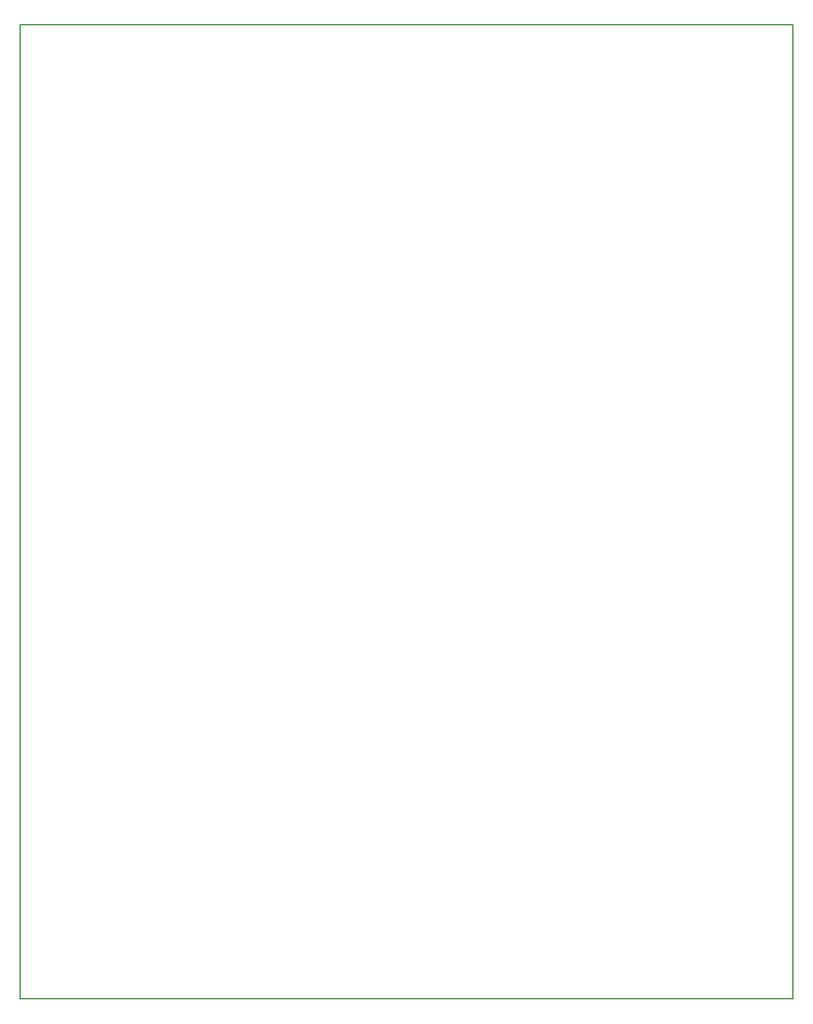
<source format=gbr>
G04 #@! TF.GenerationSoftware,KiCad,Pcbnew,(5.0.0)*
G04 #@! TF.CreationDate,2018-08-16T22:16:20-07:00*
G04 #@! TF.ProjectId,Super Sixteen v1,5375706572205369787465656E207631,rev?*
G04 #@! TF.SameCoordinates,Original*
G04 #@! TF.FileFunction,Profile,NP*
%FSLAX46Y46*%
G04 Gerber Fmt 4.6, Leading zero omitted, Abs format (unit mm)*
G04 Created by KiCad (PCBNEW (5.0.0)) date 08/16/18 22:16:20*
%MOMM*%
%LPD*%
G01*
G04 APERTURE LIST*
%ADD10C,0.200000*%
%ADD11C,0.150000*%
G04 APERTURE END LIST*
D10*
X73152000Y-155956000D02*
X173990000Y-155956000D01*
X173990000Y-28956000D02*
X173990000Y-155956000D01*
X73152000Y-28956000D02*
X173990000Y-28956000D01*
D11*
X73152000Y-28956000D02*
X73152000Y-155956000D01*
M02*

</source>
